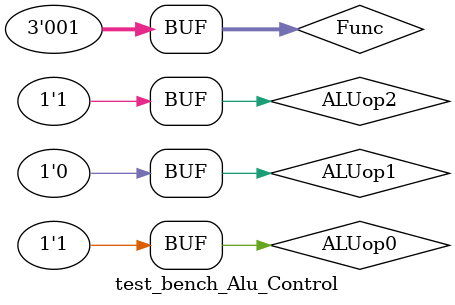
<source format=v>
`define DELAY 20
module test_bench_Alu_Control();
reg ALUop0,ALUop1,ALUop2;
reg [2:0]Func;
wire C2,C1,C0;
Alu_Control ahmet(ALUop2,ALUop1,ALUop0,Func,C2,C1,C0);
initial begin
ALUop2=1'b1; ALUop1=1'b1; ALUop0=1'b1; Func=3'b000;
#`DELAY;
ALUop2=1'b1; ALUop1=1'b1; ALUop0=1'b1; Func=3'b001;
#`DELAY;
ALUop2=1'b0; ALUop1=1'b0; ALUop0=1'b0;
#`DELAY;
ALUop2=1'b1; ALUop1=1'b0; ALUop0=1'b0;
#`DELAY;
ALUop2=1'b0; ALUop1=1'b1; ALUop0=1'b0;
#`DELAY;
ALUop2=1'b1; ALUop1=1'b0; ALUop0=1'b1;
#`DELAY;
end
initial begin
$monitor("ALUop2=%1b,ALUop1=%1b,ALUop0=%1b,Func=%3b,C2=%1b,C1=%1b,C0=%1b",
					ALUop2,ALUop1,ALUop0,Func,C2,C1,C0);


end

endmodule
</source>
